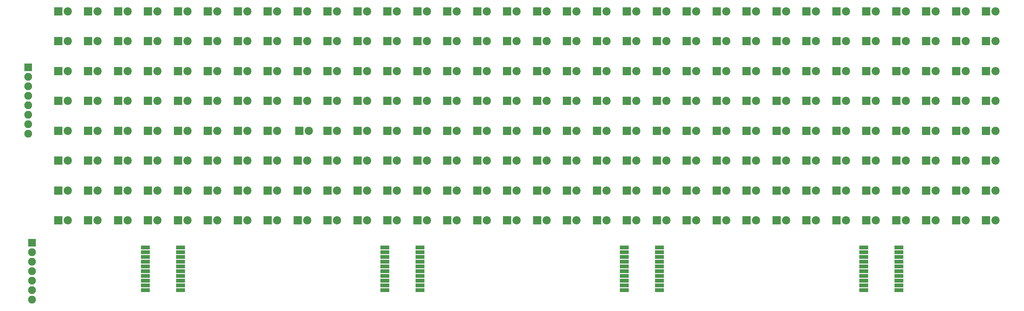
<source format=gbr>
G04 #@! TF.GenerationSoftware,KiCad,Pcbnew,(5.0.0)*
G04 #@! TF.CreationDate,2018-11-13T10:35:00+02:00*
G04 #@! TF.ProjectId,led_matrix,6C65645F6D61747269782E6B69636164,rev?*
G04 #@! TF.SameCoordinates,Original*
G04 #@! TF.FileFunction,Soldermask,Bot*
G04 #@! TF.FilePolarity,Negative*
%FSLAX46Y46*%
G04 Gerber Fmt 4.6, Leading zero omitted, Abs format (unit mm)*
G04 Created by KiCad (PCBNEW (5.0.0)) date 11/13/18 10:35:00*
%MOMM*%
%LPD*%
G01*
G04 APERTURE LIST*
%ADD10R,2.200000X2.200000*%
%ADD11C,2.200000*%
%ADD12R,2.100000X2.100000*%
%ADD13O,2.100000X2.100000*%
%ADD14R,2.350000X1.000000*%
G04 APERTURE END LIST*
D10*
G04 #@! TO.C,D1*
X29500000Y-23900000D03*
D11*
X32040000Y-23900000D03*
G04 #@! TD*
G04 #@! TO.C,D2*
X32040000Y-31900000D03*
D10*
X29500000Y-31900000D03*
G04 #@! TD*
D11*
G04 #@! TO.C,D3*
X32040000Y-39900000D03*
D10*
X29500000Y-39900000D03*
G04 #@! TD*
G04 #@! TO.C,D4*
X29500000Y-47900000D03*
D11*
X32040000Y-47900000D03*
G04 #@! TD*
G04 #@! TO.C,D5*
X32040000Y-55900000D03*
D10*
X29500000Y-55900000D03*
G04 #@! TD*
G04 #@! TO.C,D6*
X29500000Y-63900000D03*
D11*
X32040000Y-63900000D03*
G04 #@! TD*
G04 #@! TO.C,D7*
X32040000Y-71900000D03*
D10*
X29500000Y-71900000D03*
G04 #@! TD*
G04 #@! TO.C,D8*
X29500000Y-79900000D03*
D11*
X32040000Y-79900000D03*
G04 #@! TD*
D10*
G04 #@! TO.C,D9*
X37500000Y-23900000D03*
D11*
X40040000Y-23900000D03*
G04 #@! TD*
D10*
G04 #@! TO.C,D10*
X37500000Y-31900000D03*
D11*
X40040000Y-31900000D03*
G04 #@! TD*
G04 #@! TO.C,D11*
X40040000Y-39900000D03*
D10*
X37500000Y-39900000D03*
G04 #@! TD*
G04 #@! TO.C,D12*
X37500000Y-47900000D03*
D11*
X40040000Y-47900000D03*
G04 #@! TD*
G04 #@! TO.C,D13*
X40040000Y-55900000D03*
D10*
X37500000Y-55900000D03*
G04 #@! TD*
G04 #@! TO.C,D14*
X37500000Y-63900000D03*
D11*
X40040000Y-63900000D03*
G04 #@! TD*
G04 #@! TO.C,D15*
X40040000Y-71900000D03*
D10*
X37500000Y-71900000D03*
G04 #@! TD*
G04 #@! TO.C,D16*
X37500000Y-79900000D03*
D11*
X40040000Y-79900000D03*
G04 #@! TD*
G04 #@! TO.C,D17*
X48040000Y-23900000D03*
D10*
X45500000Y-23900000D03*
G04 #@! TD*
D11*
G04 #@! TO.C,D18*
X48040000Y-31900000D03*
D10*
X45500000Y-31900000D03*
G04 #@! TD*
G04 #@! TO.C,D19*
X45500000Y-39900000D03*
D11*
X48040000Y-39900000D03*
G04 #@! TD*
G04 #@! TO.C,D20*
X48040000Y-47900000D03*
D10*
X45500000Y-47900000D03*
G04 #@! TD*
G04 #@! TO.C,D21*
X45500000Y-55900000D03*
D11*
X48040000Y-55900000D03*
G04 #@! TD*
G04 #@! TO.C,D22*
X48040000Y-63900000D03*
D10*
X45500000Y-63900000D03*
G04 #@! TD*
G04 #@! TO.C,D23*
X45500000Y-71900000D03*
D11*
X48040000Y-71900000D03*
G04 #@! TD*
G04 #@! TO.C,D24*
X48040000Y-79900000D03*
D10*
X45500000Y-79900000D03*
G04 #@! TD*
G04 #@! TO.C,D25*
X53500000Y-23900000D03*
D11*
X56040000Y-23900000D03*
G04 #@! TD*
G04 #@! TO.C,D26*
X56040000Y-31900000D03*
D10*
X53500000Y-31900000D03*
G04 #@! TD*
G04 #@! TO.C,D27*
X53500000Y-39900000D03*
D11*
X56040000Y-39900000D03*
G04 #@! TD*
G04 #@! TO.C,D28*
X56040000Y-47900000D03*
D10*
X53500000Y-47900000D03*
G04 #@! TD*
G04 #@! TO.C,D29*
X53500000Y-55900000D03*
D11*
X56040000Y-55900000D03*
G04 #@! TD*
G04 #@! TO.C,D30*
X56040000Y-63900000D03*
D10*
X53500000Y-63900000D03*
G04 #@! TD*
G04 #@! TO.C,D31*
X53500000Y-71900000D03*
D11*
X56040000Y-71900000D03*
G04 #@! TD*
G04 #@! TO.C,D32*
X56040000Y-79900000D03*
D10*
X53500000Y-79900000D03*
G04 #@! TD*
G04 #@! TO.C,D33*
X61500000Y-23900000D03*
D11*
X64040000Y-23900000D03*
G04 #@! TD*
D10*
G04 #@! TO.C,D34*
X61500000Y-31900000D03*
D11*
X64040000Y-31900000D03*
G04 #@! TD*
G04 #@! TO.C,D35*
X64040000Y-39900000D03*
D10*
X61500000Y-39900000D03*
G04 #@! TD*
G04 #@! TO.C,D36*
X61500000Y-47900000D03*
D11*
X64040000Y-47900000D03*
G04 #@! TD*
G04 #@! TO.C,D37*
X64040000Y-55900000D03*
D10*
X61500000Y-55900000D03*
G04 #@! TD*
G04 #@! TO.C,D38*
X61500000Y-63900000D03*
D11*
X64040000Y-63900000D03*
G04 #@! TD*
G04 #@! TO.C,D39*
X64040000Y-71900000D03*
D10*
X61500000Y-71900000D03*
G04 #@! TD*
G04 #@! TO.C,D40*
X61500000Y-79900000D03*
D11*
X64040000Y-79900000D03*
G04 #@! TD*
G04 #@! TO.C,D41*
X72040000Y-23900000D03*
D10*
X69500000Y-23900000D03*
G04 #@! TD*
D11*
G04 #@! TO.C,D42*
X72040000Y-31900000D03*
D10*
X69500000Y-31900000D03*
G04 #@! TD*
D11*
G04 #@! TO.C,D43*
X72040000Y-39900000D03*
D10*
X69500000Y-39900000D03*
G04 #@! TD*
G04 #@! TO.C,D44*
X69500000Y-47900000D03*
D11*
X72040000Y-47900000D03*
G04 #@! TD*
G04 #@! TO.C,D45*
X72040000Y-55900000D03*
D10*
X69500000Y-55900000D03*
G04 #@! TD*
G04 #@! TO.C,D46*
X69500000Y-63900000D03*
D11*
X72040000Y-63900000D03*
G04 #@! TD*
G04 #@! TO.C,D47*
X72040000Y-71900000D03*
D10*
X69500000Y-71900000D03*
G04 #@! TD*
G04 #@! TO.C,D48*
X69500000Y-79900000D03*
D11*
X72040000Y-79900000D03*
G04 #@! TD*
G04 #@! TO.C,D49*
X80040000Y-23900000D03*
D10*
X77500000Y-23900000D03*
G04 #@! TD*
G04 #@! TO.C,D50*
X77500000Y-31900000D03*
D11*
X80040000Y-31900000D03*
G04 #@! TD*
D10*
G04 #@! TO.C,D51*
X77500000Y-39900000D03*
D11*
X80040000Y-39900000D03*
G04 #@! TD*
G04 #@! TO.C,D52*
X80040000Y-47900000D03*
D10*
X77500000Y-47900000D03*
G04 #@! TD*
G04 #@! TO.C,D53*
X77500000Y-55900000D03*
D11*
X80040000Y-55900000D03*
G04 #@! TD*
G04 #@! TO.C,D54*
X80040000Y-63900000D03*
D10*
X77500000Y-63900000D03*
G04 #@! TD*
G04 #@! TO.C,D55*
X77500000Y-71900000D03*
D11*
X80040000Y-71900000D03*
G04 #@! TD*
G04 #@! TO.C,D56*
X80040000Y-79900000D03*
D10*
X77500000Y-79900000D03*
G04 #@! TD*
G04 #@! TO.C,D57*
X85500000Y-23900000D03*
D11*
X88040000Y-23900000D03*
G04 #@! TD*
G04 #@! TO.C,D58*
X88040000Y-31900000D03*
D10*
X85500000Y-31900000D03*
G04 #@! TD*
G04 #@! TO.C,D59*
X85500000Y-39900000D03*
D11*
X88040000Y-39900000D03*
G04 #@! TD*
G04 #@! TO.C,D60*
X88040000Y-47900000D03*
D10*
X85500000Y-47900000D03*
G04 #@! TD*
G04 #@! TO.C,D61*
X85500000Y-55900000D03*
D11*
X88040000Y-55900000D03*
G04 #@! TD*
G04 #@! TO.C,D62*
X88040000Y-63900000D03*
D10*
X85500000Y-63900000D03*
G04 #@! TD*
G04 #@! TO.C,D63*
X85500000Y-71900000D03*
D11*
X88040000Y-71900000D03*
G04 #@! TD*
G04 #@! TO.C,D64*
X88040000Y-79900000D03*
D10*
X85500000Y-79900000D03*
G04 #@! TD*
G04 #@! TO.C,D65*
X93500000Y-23900000D03*
D11*
X96040000Y-23900000D03*
G04 #@! TD*
G04 #@! TO.C,D66*
X96040000Y-31900000D03*
D10*
X93500000Y-31900000D03*
G04 #@! TD*
G04 #@! TO.C,D67*
X93500000Y-39900000D03*
D11*
X96040000Y-39900000D03*
G04 #@! TD*
D10*
G04 #@! TO.C,D68*
X93500000Y-47900000D03*
D11*
X96040000Y-47900000D03*
G04 #@! TD*
G04 #@! TO.C,D69*
X96515001Y-55900000D03*
D10*
X93975001Y-55900000D03*
G04 #@! TD*
G04 #@! TO.C,D70*
X93500000Y-63900000D03*
D11*
X96040000Y-63900000D03*
G04 #@! TD*
G04 #@! TO.C,D71*
X96040000Y-71900000D03*
D10*
X93500000Y-71900000D03*
G04 #@! TD*
G04 #@! TO.C,D72*
X93500000Y-79900000D03*
D11*
X96040000Y-79900000D03*
G04 #@! TD*
G04 #@! TO.C,D73*
X104040000Y-23900000D03*
D10*
X101500000Y-23900000D03*
G04 #@! TD*
G04 #@! TO.C,D74*
X101500000Y-31900000D03*
D11*
X104040000Y-31900000D03*
G04 #@! TD*
D10*
G04 #@! TO.C,D75*
X101500000Y-39900000D03*
D11*
X104040000Y-39900000D03*
G04 #@! TD*
D10*
G04 #@! TO.C,D76*
X101500000Y-47900000D03*
D11*
X104040000Y-47900000D03*
G04 #@! TD*
G04 #@! TO.C,D77*
X104040000Y-55900000D03*
D10*
X101500000Y-55900000D03*
G04 #@! TD*
G04 #@! TO.C,D78*
X101500000Y-63900000D03*
D11*
X104040000Y-63900000D03*
G04 #@! TD*
G04 #@! TO.C,D79*
X104040000Y-71900000D03*
D10*
X101500000Y-71900000D03*
G04 #@! TD*
G04 #@! TO.C,D80*
X101500000Y-79900000D03*
D11*
X104040000Y-79900000D03*
G04 #@! TD*
G04 #@! TO.C,D81*
X112040000Y-23900000D03*
D10*
X109500000Y-23900000D03*
G04 #@! TD*
G04 #@! TO.C,D82*
X109500000Y-31900000D03*
D11*
X112040000Y-31900000D03*
G04 #@! TD*
G04 #@! TO.C,D83*
X112040000Y-39900000D03*
D10*
X109500000Y-39900000D03*
G04 #@! TD*
G04 #@! TO.C,D84*
X109500000Y-47900000D03*
D11*
X112040000Y-47900000D03*
G04 #@! TD*
G04 #@! TO.C,D85*
X112040000Y-55900000D03*
D10*
X109500000Y-55900000D03*
G04 #@! TD*
G04 #@! TO.C,D86*
X109500000Y-63900000D03*
D11*
X112040000Y-63900000D03*
G04 #@! TD*
G04 #@! TO.C,D87*
X112040000Y-71900000D03*
D10*
X109500000Y-71900000D03*
G04 #@! TD*
G04 #@! TO.C,D88*
X109500000Y-79900000D03*
D11*
X112040000Y-79900000D03*
G04 #@! TD*
G04 #@! TO.C,D89*
X120040000Y-23900000D03*
D10*
X117500000Y-23900000D03*
G04 #@! TD*
G04 #@! TO.C,D90*
X117500000Y-31900000D03*
D11*
X120040000Y-31900000D03*
G04 #@! TD*
G04 #@! TO.C,D91*
X120040000Y-39900000D03*
D10*
X117500000Y-39900000D03*
G04 #@! TD*
D11*
G04 #@! TO.C,D92*
X120040000Y-47900000D03*
D10*
X117500000Y-47900000D03*
G04 #@! TD*
G04 #@! TO.C,D93*
X117500000Y-55900000D03*
D11*
X120040000Y-55900000D03*
G04 #@! TD*
G04 #@! TO.C,D94*
X120040000Y-63900000D03*
D10*
X117500000Y-63900000D03*
G04 #@! TD*
G04 #@! TO.C,D95*
X117500000Y-71900000D03*
D11*
X120040000Y-71900000D03*
G04 #@! TD*
G04 #@! TO.C,D96*
X120040000Y-79900000D03*
D10*
X117500000Y-79900000D03*
G04 #@! TD*
G04 #@! TO.C,D97*
X125500000Y-23900000D03*
D11*
X128040000Y-23900000D03*
G04 #@! TD*
D10*
G04 #@! TO.C,D98*
X125500000Y-31900000D03*
D11*
X128040000Y-31900000D03*
G04 #@! TD*
G04 #@! TO.C,D99*
X128040000Y-39900000D03*
D10*
X125500000Y-39900000D03*
G04 #@! TD*
D11*
G04 #@! TO.C,D100*
X128040000Y-47900000D03*
D10*
X125500000Y-47900000D03*
G04 #@! TD*
D11*
G04 #@! TO.C,D101*
X128040000Y-55900000D03*
D10*
X125500000Y-55900000D03*
G04 #@! TD*
G04 #@! TO.C,D102*
X125500000Y-63900000D03*
D11*
X128040000Y-63900000D03*
G04 #@! TD*
G04 #@! TO.C,D103*
X128040000Y-71900000D03*
D10*
X125500000Y-71900000D03*
G04 #@! TD*
G04 #@! TO.C,D104*
X125500000Y-79900000D03*
D11*
X128040000Y-79900000D03*
G04 #@! TD*
G04 #@! TO.C,D105*
X136040000Y-23900000D03*
D10*
X133500000Y-23900000D03*
G04 #@! TD*
G04 #@! TO.C,D106*
X133500000Y-31900000D03*
D11*
X136040000Y-31900000D03*
G04 #@! TD*
G04 #@! TO.C,D107*
X136040000Y-39900000D03*
D10*
X133500000Y-39900000D03*
G04 #@! TD*
D11*
G04 #@! TO.C,D108*
X136040000Y-47900000D03*
D10*
X133500000Y-47900000D03*
G04 #@! TD*
D11*
G04 #@! TO.C,D109*
X136040000Y-55900000D03*
D10*
X133500000Y-55900000D03*
G04 #@! TD*
G04 #@! TO.C,D110*
X133500000Y-63900000D03*
D11*
X136040000Y-63900000D03*
G04 #@! TD*
G04 #@! TO.C,D111*
X136040000Y-71900000D03*
D10*
X133500000Y-71900000D03*
G04 #@! TD*
G04 #@! TO.C,D112*
X133500000Y-79900000D03*
D11*
X136040000Y-79900000D03*
G04 #@! TD*
G04 #@! TO.C,D113*
X144040000Y-23900000D03*
D10*
X141500000Y-23900000D03*
G04 #@! TD*
G04 #@! TO.C,D114*
X141500000Y-31900000D03*
D11*
X144040000Y-31900000D03*
G04 #@! TD*
G04 #@! TO.C,D115*
X144040000Y-39900000D03*
D10*
X141500000Y-39900000D03*
G04 #@! TD*
G04 #@! TO.C,D116*
X141500000Y-47900000D03*
D11*
X144040000Y-47900000D03*
G04 #@! TD*
D10*
G04 #@! TO.C,D117*
X141500000Y-55900000D03*
D11*
X144040000Y-55900000D03*
G04 #@! TD*
G04 #@! TO.C,D118*
X144040000Y-63900000D03*
D10*
X141500000Y-63900000D03*
G04 #@! TD*
G04 #@! TO.C,D119*
X141500000Y-71900000D03*
D11*
X144040000Y-71900000D03*
G04 #@! TD*
G04 #@! TO.C,D120*
X144040000Y-79900000D03*
D10*
X141500000Y-79900000D03*
G04 #@! TD*
G04 #@! TO.C,D121*
X149500000Y-23900000D03*
D11*
X152040000Y-23900000D03*
G04 #@! TD*
G04 #@! TO.C,D122*
X152040000Y-31900000D03*
D10*
X149500000Y-31900000D03*
G04 #@! TD*
G04 #@! TO.C,D123*
X149500000Y-39900000D03*
D11*
X152040000Y-39900000D03*
G04 #@! TD*
G04 #@! TO.C,D124*
X152040000Y-47900000D03*
D10*
X149500000Y-47900000D03*
G04 #@! TD*
G04 #@! TO.C,D125*
X149500000Y-55900000D03*
D11*
X152040000Y-55900000D03*
G04 #@! TD*
G04 #@! TO.C,D126*
X152040000Y-63900000D03*
D10*
X149500000Y-63900000D03*
G04 #@! TD*
G04 #@! TO.C,D127*
X149500000Y-71900000D03*
D11*
X152040000Y-71900000D03*
G04 #@! TD*
G04 #@! TO.C,D128*
X152040000Y-79900000D03*
D10*
X149500000Y-79900000D03*
G04 #@! TD*
G04 #@! TO.C,D129*
X157500000Y-23900000D03*
D11*
X160040000Y-23900000D03*
G04 #@! TD*
G04 #@! TO.C,D130*
X160040000Y-31900000D03*
D10*
X157500000Y-31900000D03*
G04 #@! TD*
G04 #@! TO.C,D131*
X157500000Y-39900000D03*
D11*
X160040000Y-39900000D03*
G04 #@! TD*
G04 #@! TO.C,D132*
X160040000Y-47900000D03*
D10*
X157500000Y-47900000D03*
G04 #@! TD*
D11*
G04 #@! TO.C,D133*
X160040000Y-55900000D03*
D10*
X157500000Y-55900000D03*
G04 #@! TD*
D11*
G04 #@! TO.C,D134*
X160040000Y-63900000D03*
D10*
X157500000Y-63900000D03*
G04 #@! TD*
G04 #@! TO.C,D135*
X157500000Y-71900000D03*
D11*
X160040000Y-71900000D03*
G04 #@! TD*
G04 #@! TO.C,D136*
X160040000Y-79900000D03*
D10*
X157500000Y-79900000D03*
G04 #@! TD*
G04 #@! TO.C,D137*
X165500000Y-23900000D03*
D11*
X168040000Y-23900000D03*
G04 #@! TD*
G04 #@! TO.C,D138*
X168040000Y-31900000D03*
D10*
X165500000Y-31900000D03*
G04 #@! TD*
G04 #@! TO.C,D139*
X165500000Y-39900000D03*
D11*
X168040000Y-39900000D03*
G04 #@! TD*
G04 #@! TO.C,D140*
X168040000Y-47900000D03*
D10*
X165500000Y-47900000D03*
G04 #@! TD*
G04 #@! TO.C,D141*
X165500000Y-55900000D03*
D11*
X168040000Y-55900000D03*
G04 #@! TD*
G04 #@! TO.C,D142*
X168040000Y-63900000D03*
D10*
X165500000Y-63900000D03*
G04 #@! TD*
G04 #@! TO.C,D143*
X165500000Y-71900000D03*
D11*
X168040000Y-71900000D03*
G04 #@! TD*
G04 #@! TO.C,D144*
X168040000Y-79900000D03*
D10*
X165500000Y-79900000D03*
G04 #@! TD*
G04 #@! TO.C,D145*
X173500000Y-23900000D03*
D11*
X176040000Y-23900000D03*
G04 #@! TD*
G04 #@! TO.C,D146*
X176040000Y-31900000D03*
D10*
X173500000Y-31900000D03*
G04 #@! TD*
G04 #@! TO.C,D147*
X173500000Y-39900000D03*
D11*
X176040000Y-39900000D03*
G04 #@! TD*
G04 #@! TO.C,D148*
X176040000Y-47900000D03*
D10*
X173500000Y-47900000D03*
G04 #@! TD*
G04 #@! TO.C,D149*
X173500000Y-55900000D03*
D11*
X176040000Y-55900000D03*
G04 #@! TD*
G04 #@! TO.C,D150*
X176040000Y-63900000D03*
D10*
X173500000Y-63900000D03*
G04 #@! TD*
G04 #@! TO.C,D151*
X173500000Y-71900000D03*
D11*
X176040000Y-71900000D03*
G04 #@! TD*
G04 #@! TO.C,D152*
X176040000Y-79900000D03*
D10*
X173500000Y-79900000D03*
G04 #@! TD*
G04 #@! TO.C,D153*
X181500000Y-23900000D03*
D11*
X184040000Y-23900000D03*
G04 #@! TD*
G04 #@! TO.C,D154*
X184040000Y-31900000D03*
D10*
X181500000Y-31900000D03*
G04 #@! TD*
G04 #@! TO.C,D155*
X181500000Y-39900000D03*
D11*
X184040000Y-39900000D03*
G04 #@! TD*
G04 #@! TO.C,D156*
X184040000Y-47900000D03*
D10*
X181500000Y-47900000D03*
G04 #@! TD*
G04 #@! TO.C,D157*
X181500000Y-55900000D03*
D11*
X184040000Y-55900000D03*
G04 #@! TD*
G04 #@! TO.C,D158*
X184040000Y-63900000D03*
D10*
X181500000Y-63900000D03*
G04 #@! TD*
G04 #@! TO.C,D159*
X181500000Y-71900000D03*
D11*
X184040000Y-71900000D03*
G04 #@! TD*
G04 #@! TO.C,D160*
X184040000Y-79900000D03*
D10*
X181500000Y-79900000D03*
G04 #@! TD*
G04 #@! TO.C,D161*
X189500000Y-23900000D03*
D11*
X192040000Y-23900000D03*
G04 #@! TD*
G04 #@! TO.C,D162*
X192040000Y-31900000D03*
D10*
X189500000Y-31900000D03*
G04 #@! TD*
G04 #@! TO.C,D163*
X189500000Y-39900000D03*
D11*
X192040000Y-39900000D03*
G04 #@! TD*
D10*
G04 #@! TO.C,D164*
X189500000Y-47900000D03*
D11*
X192040000Y-47900000D03*
G04 #@! TD*
D10*
G04 #@! TO.C,D165*
X189500000Y-55900000D03*
D11*
X192040000Y-55900000D03*
G04 #@! TD*
G04 #@! TO.C,D166*
X192040000Y-63900000D03*
D10*
X189500000Y-63900000D03*
G04 #@! TD*
G04 #@! TO.C,D167*
X189500000Y-71900000D03*
D11*
X192040000Y-71900000D03*
G04 #@! TD*
G04 #@! TO.C,D168*
X192040000Y-79900000D03*
D10*
X189500000Y-79900000D03*
G04 #@! TD*
G04 #@! TO.C,D169*
X197500000Y-23900000D03*
D11*
X200040000Y-23900000D03*
G04 #@! TD*
G04 #@! TO.C,D170*
X200040000Y-31900000D03*
D10*
X197500000Y-31900000D03*
G04 #@! TD*
G04 #@! TO.C,D171*
X197500000Y-39900000D03*
D11*
X200040000Y-39900000D03*
G04 #@! TD*
G04 #@! TO.C,D172*
X200040000Y-47900000D03*
D10*
X197500000Y-47900000D03*
G04 #@! TD*
G04 #@! TO.C,D173*
X197500000Y-55900000D03*
D11*
X200040000Y-55900000D03*
G04 #@! TD*
G04 #@! TO.C,D174*
X200040000Y-63900000D03*
D10*
X197500000Y-63900000D03*
G04 #@! TD*
G04 #@! TO.C,D175*
X197500000Y-71900000D03*
D11*
X200040000Y-71900000D03*
G04 #@! TD*
G04 #@! TO.C,D176*
X200040000Y-79900000D03*
D10*
X197500000Y-79900000D03*
G04 #@! TD*
G04 #@! TO.C,D177*
X205500000Y-23900000D03*
D11*
X208040000Y-23900000D03*
G04 #@! TD*
G04 #@! TO.C,D178*
X208040000Y-31900000D03*
D10*
X205500000Y-31900000D03*
G04 #@! TD*
D11*
G04 #@! TO.C,D179*
X208040000Y-39900000D03*
D10*
X205500000Y-39900000D03*
G04 #@! TD*
D11*
G04 #@! TO.C,D180*
X208040000Y-47900000D03*
D10*
X205500000Y-47900000D03*
G04 #@! TD*
G04 #@! TO.C,D181*
X205500000Y-55900000D03*
D11*
X208040000Y-55900000D03*
G04 #@! TD*
G04 #@! TO.C,D182*
X208040000Y-63900000D03*
D10*
X205500000Y-63900000D03*
G04 #@! TD*
G04 #@! TO.C,D183*
X205500000Y-71900000D03*
D11*
X208040000Y-71900000D03*
G04 #@! TD*
G04 #@! TO.C,D184*
X208040000Y-79900000D03*
D10*
X205500000Y-79900000D03*
G04 #@! TD*
G04 #@! TO.C,D185*
X213500000Y-23900000D03*
D11*
X216040000Y-23900000D03*
G04 #@! TD*
G04 #@! TO.C,D186*
X216040000Y-31900000D03*
D10*
X213500000Y-31900000D03*
G04 #@! TD*
G04 #@! TO.C,D187*
X213500000Y-39900000D03*
D11*
X216040000Y-39900000D03*
G04 #@! TD*
G04 #@! TO.C,D188*
X216040000Y-47900000D03*
D10*
X213500000Y-47900000D03*
G04 #@! TD*
G04 #@! TO.C,D189*
X213500000Y-55900000D03*
D11*
X216040000Y-55900000D03*
G04 #@! TD*
G04 #@! TO.C,D190*
X216040000Y-63900000D03*
D10*
X213500000Y-63900000D03*
G04 #@! TD*
G04 #@! TO.C,D191*
X213500000Y-71900000D03*
D11*
X216040000Y-71900000D03*
G04 #@! TD*
G04 #@! TO.C,D192*
X216040000Y-79900000D03*
D10*
X213500000Y-79900000D03*
G04 #@! TD*
G04 #@! TO.C,D193*
X221500000Y-23900000D03*
D11*
X224040000Y-23900000D03*
G04 #@! TD*
D10*
G04 #@! TO.C,D194*
X221500000Y-31900000D03*
D11*
X224040000Y-31900000D03*
G04 #@! TD*
D10*
G04 #@! TO.C,D195*
X221500000Y-39900000D03*
D11*
X224040000Y-39900000D03*
G04 #@! TD*
G04 #@! TO.C,D196*
X224040000Y-47900000D03*
D10*
X221500000Y-47900000D03*
G04 #@! TD*
G04 #@! TO.C,D197*
X221500000Y-55900000D03*
D11*
X224040000Y-55900000D03*
G04 #@! TD*
G04 #@! TO.C,D198*
X224040000Y-63900000D03*
D10*
X221500000Y-63900000D03*
G04 #@! TD*
G04 #@! TO.C,D199*
X221500000Y-71900000D03*
D11*
X224040000Y-71900000D03*
G04 #@! TD*
G04 #@! TO.C,D200*
X224040000Y-79900000D03*
D10*
X221500000Y-79900000D03*
G04 #@! TD*
G04 #@! TO.C,D201*
X229500000Y-23900000D03*
D11*
X232040000Y-23900000D03*
G04 #@! TD*
G04 #@! TO.C,D202*
X232040000Y-31900000D03*
D10*
X229500000Y-31900000D03*
G04 #@! TD*
G04 #@! TO.C,D203*
X229500000Y-39900000D03*
D11*
X232040000Y-39900000D03*
G04 #@! TD*
G04 #@! TO.C,D204*
X232040000Y-47900000D03*
D10*
X229500000Y-47900000D03*
G04 #@! TD*
G04 #@! TO.C,D205*
X229500000Y-55900000D03*
D11*
X232040000Y-55900000D03*
G04 #@! TD*
G04 #@! TO.C,D206*
X232040000Y-63900000D03*
D10*
X229500000Y-63900000D03*
G04 #@! TD*
G04 #@! TO.C,D207*
X229500000Y-71900000D03*
D11*
X232040000Y-71900000D03*
G04 #@! TD*
G04 #@! TO.C,D208*
X232040000Y-79900000D03*
D10*
X229500000Y-79900000D03*
G04 #@! TD*
G04 #@! TO.C,D209*
X237500000Y-23900000D03*
D11*
X240040000Y-23900000D03*
G04 #@! TD*
G04 #@! TO.C,D210*
X240040000Y-31900000D03*
D10*
X237500000Y-31900000D03*
G04 #@! TD*
G04 #@! TO.C,D211*
X237500000Y-39900000D03*
D11*
X240040000Y-39900000D03*
G04 #@! TD*
G04 #@! TO.C,D212*
X240040000Y-47900000D03*
D10*
X237500000Y-47900000D03*
G04 #@! TD*
G04 #@! TO.C,D213*
X237500000Y-55900000D03*
D11*
X240040000Y-55900000D03*
G04 #@! TD*
G04 #@! TO.C,D214*
X240040000Y-63900000D03*
D10*
X237500000Y-63900000D03*
G04 #@! TD*
G04 #@! TO.C,D215*
X237500000Y-71900000D03*
D11*
X240040000Y-71900000D03*
G04 #@! TD*
G04 #@! TO.C,D216*
X240040000Y-79900000D03*
D10*
X237500000Y-79900000D03*
G04 #@! TD*
G04 #@! TO.C,D217*
X245500000Y-23900000D03*
D11*
X248040000Y-23900000D03*
G04 #@! TD*
G04 #@! TO.C,D218*
X248040000Y-31900000D03*
D10*
X245500000Y-31900000D03*
G04 #@! TD*
G04 #@! TO.C,D219*
X245500000Y-39900000D03*
D11*
X248040000Y-39900000D03*
G04 #@! TD*
G04 #@! TO.C,D220*
X248040000Y-47900000D03*
D10*
X245500000Y-47900000D03*
G04 #@! TD*
G04 #@! TO.C,D221*
X245500000Y-55900000D03*
D11*
X248040000Y-55900000D03*
G04 #@! TD*
G04 #@! TO.C,D222*
X248040000Y-63900000D03*
D10*
X245500000Y-63900000D03*
G04 #@! TD*
G04 #@! TO.C,D223*
X245500000Y-71900000D03*
D11*
X248040000Y-71900000D03*
G04 #@! TD*
G04 #@! TO.C,D224*
X248040000Y-79900000D03*
D10*
X245500000Y-79900000D03*
G04 #@! TD*
G04 #@! TO.C,D225*
X253500000Y-23900000D03*
D11*
X256040000Y-23900000D03*
G04 #@! TD*
G04 #@! TO.C,D226*
X256040000Y-31900000D03*
D10*
X253500000Y-31900000D03*
G04 #@! TD*
G04 #@! TO.C,D227*
X253500000Y-39900000D03*
D11*
X256040000Y-39900000D03*
G04 #@! TD*
G04 #@! TO.C,D228*
X256040000Y-47900000D03*
D10*
X253500000Y-47900000D03*
G04 #@! TD*
G04 #@! TO.C,D229*
X253500000Y-55900000D03*
D11*
X256040000Y-55900000D03*
G04 #@! TD*
G04 #@! TO.C,D230*
X256040000Y-63900000D03*
D10*
X253500000Y-63900000D03*
G04 #@! TD*
G04 #@! TO.C,D231*
X253500000Y-71900000D03*
D11*
X256040000Y-71900000D03*
G04 #@! TD*
G04 #@! TO.C,D232*
X256040000Y-79900000D03*
D10*
X253500000Y-79900000D03*
G04 #@! TD*
G04 #@! TO.C,D233*
X261500000Y-23900000D03*
D11*
X264040000Y-23900000D03*
G04 #@! TD*
G04 #@! TO.C,D234*
X264040000Y-31900000D03*
D10*
X261500000Y-31900000D03*
G04 #@! TD*
G04 #@! TO.C,D235*
X261500000Y-39900000D03*
D11*
X264040000Y-39900000D03*
G04 #@! TD*
G04 #@! TO.C,D236*
X264040000Y-47900000D03*
D10*
X261500000Y-47900000D03*
G04 #@! TD*
G04 #@! TO.C,D237*
X261500000Y-55900000D03*
D11*
X264040000Y-55900000D03*
G04 #@! TD*
G04 #@! TO.C,D238*
X264040000Y-63900000D03*
D10*
X261500000Y-63900000D03*
G04 #@! TD*
G04 #@! TO.C,D239*
X261500000Y-71900000D03*
D11*
X264040000Y-71900000D03*
G04 #@! TD*
G04 #@! TO.C,D240*
X264040000Y-79900000D03*
D10*
X261500000Y-79900000D03*
G04 #@! TD*
G04 #@! TO.C,D241*
X269500000Y-23900000D03*
D11*
X272040000Y-23900000D03*
G04 #@! TD*
G04 #@! TO.C,D242*
X272040000Y-31900000D03*
D10*
X269500000Y-31900000D03*
G04 #@! TD*
G04 #@! TO.C,D243*
X269500000Y-39900000D03*
D11*
X272040000Y-39900000D03*
G04 #@! TD*
G04 #@! TO.C,D244*
X272040000Y-47900000D03*
D10*
X269500000Y-47900000D03*
G04 #@! TD*
G04 #@! TO.C,D245*
X269500000Y-55900000D03*
D11*
X272040000Y-55900000D03*
G04 #@! TD*
G04 #@! TO.C,D246*
X272040000Y-63900000D03*
D10*
X269500000Y-63900000D03*
G04 #@! TD*
G04 #@! TO.C,D247*
X269500000Y-71900000D03*
D11*
X272040000Y-71900000D03*
G04 #@! TD*
G04 #@! TO.C,D248*
X272040000Y-79900000D03*
D10*
X269500000Y-79900000D03*
G04 #@! TD*
G04 #@! TO.C,D249*
X277500000Y-23900000D03*
D11*
X280040000Y-23900000D03*
G04 #@! TD*
G04 #@! TO.C,D250*
X280040000Y-31900000D03*
D10*
X277500000Y-31900000D03*
G04 #@! TD*
G04 #@! TO.C,D251*
X277500000Y-39900000D03*
D11*
X280040000Y-39900000D03*
G04 #@! TD*
G04 #@! TO.C,D252*
X280040000Y-47900000D03*
D10*
X277500000Y-47900000D03*
G04 #@! TD*
G04 #@! TO.C,D253*
X277500000Y-55900000D03*
D11*
X280040000Y-55900000D03*
G04 #@! TD*
G04 #@! TO.C,D254*
X280040000Y-63900000D03*
D10*
X277500000Y-63900000D03*
G04 #@! TD*
G04 #@! TO.C,D255*
X277500000Y-71900000D03*
D11*
X280040000Y-71900000D03*
G04 #@! TD*
G04 #@! TO.C,D256*
X280040000Y-79900000D03*
D10*
X277500000Y-79900000D03*
G04 #@! TD*
D12*
G04 #@! TO.C,J1*
X22500000Y-85900000D03*
D13*
X22500000Y-88440000D03*
X22500000Y-90980000D03*
X22500000Y-93520000D03*
X22500000Y-96060000D03*
X22500000Y-98600000D03*
X22500000Y-101140000D03*
G04 #@! TD*
D12*
G04 #@! TO.C,J2*
X21500000Y-38900000D03*
D13*
X21500000Y-41440000D03*
X21500000Y-43980000D03*
X21500000Y-46520000D03*
X21500000Y-49060000D03*
X21500000Y-51600000D03*
X21500000Y-54140000D03*
X21500000Y-56680000D03*
G04 #@! TD*
D14*
G04 #@! TO.C,U1*
X62200000Y-98615000D03*
X62200000Y-97345000D03*
X62200000Y-96075000D03*
X62200000Y-94805000D03*
X62200000Y-93535000D03*
X62200000Y-92265000D03*
X62200000Y-90995000D03*
X62200000Y-89725000D03*
X62200000Y-88455000D03*
X62200000Y-87185000D03*
X52800000Y-87185000D03*
X52800000Y-88455000D03*
X52800000Y-89725000D03*
X52800000Y-90995000D03*
X52800000Y-92265000D03*
X52800000Y-93535000D03*
X52800000Y-94805000D03*
X52800000Y-96075000D03*
X52800000Y-97345000D03*
X52800000Y-98615000D03*
G04 #@! TD*
G04 #@! TO.C,U2*
X116800000Y-98615000D03*
X116800000Y-97345000D03*
X116800000Y-96075000D03*
X116800000Y-94805000D03*
X116800000Y-93535000D03*
X116800000Y-92265000D03*
X116800000Y-90995000D03*
X116800000Y-89725000D03*
X116800000Y-88455000D03*
X116800000Y-87185000D03*
X126200000Y-87185000D03*
X126200000Y-88455000D03*
X126200000Y-89725000D03*
X126200000Y-90995000D03*
X126200000Y-92265000D03*
X126200000Y-93535000D03*
X126200000Y-94805000D03*
X126200000Y-96075000D03*
X126200000Y-97345000D03*
X126200000Y-98615000D03*
G04 #@! TD*
G04 #@! TO.C,U3*
X180800000Y-98615000D03*
X180800000Y-97345000D03*
X180800000Y-96075000D03*
X180800000Y-94805000D03*
X180800000Y-93535000D03*
X180800000Y-92265000D03*
X180800000Y-90995000D03*
X180800000Y-89725000D03*
X180800000Y-88455000D03*
X180800000Y-87185000D03*
X190200000Y-87185000D03*
X190200000Y-88455000D03*
X190200000Y-89725000D03*
X190200000Y-90995000D03*
X190200000Y-92265000D03*
X190200000Y-93535000D03*
X190200000Y-94805000D03*
X190200000Y-96075000D03*
X190200000Y-97345000D03*
X190200000Y-98615000D03*
G04 #@! TD*
G04 #@! TO.C,U4*
X254200000Y-98615000D03*
X254200000Y-97345000D03*
X254200000Y-96075000D03*
X254200000Y-94805000D03*
X254200000Y-93535000D03*
X254200000Y-92265000D03*
X254200000Y-90995000D03*
X254200000Y-89725000D03*
X254200000Y-88455000D03*
X254200000Y-87185000D03*
X244800000Y-87185000D03*
X244800000Y-88455000D03*
X244800000Y-89725000D03*
X244800000Y-90995000D03*
X244800000Y-92265000D03*
X244800000Y-93535000D03*
X244800000Y-94805000D03*
X244800000Y-96075000D03*
X244800000Y-97345000D03*
X244800000Y-98615000D03*
G04 #@! TD*
M02*

</source>
